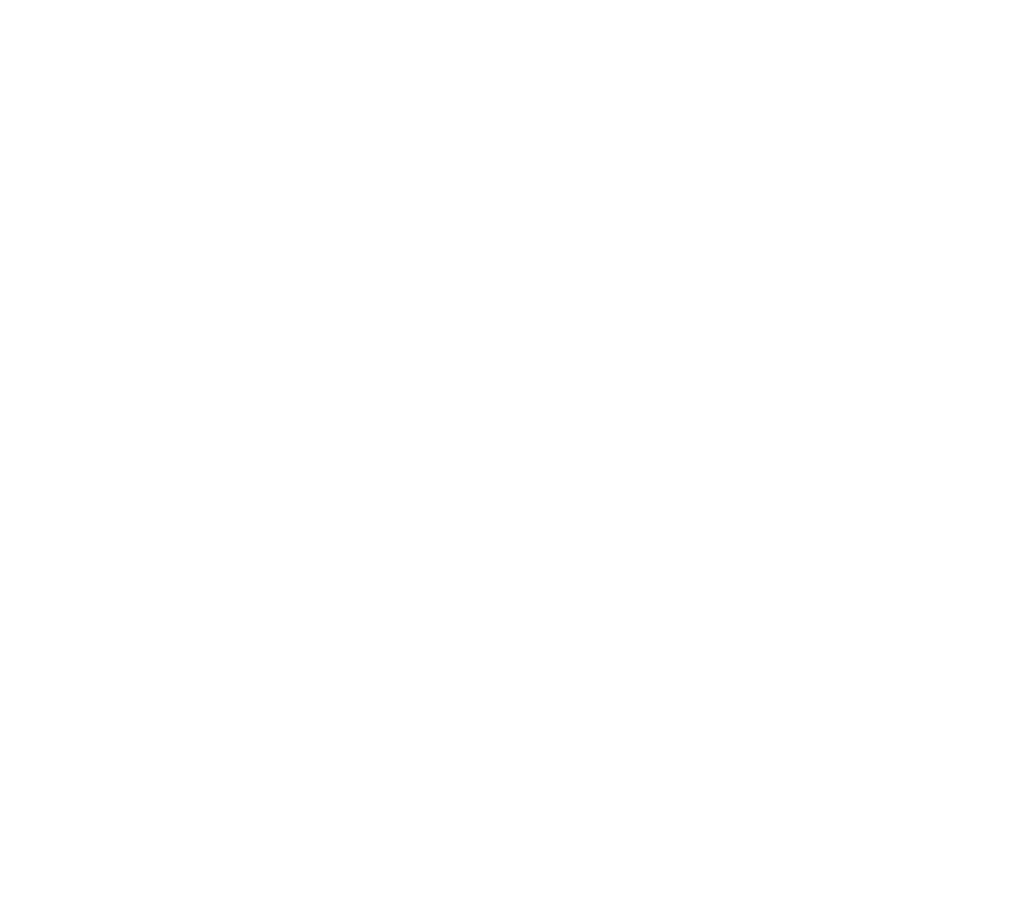
<source format=kicad_pcb>
(kicad_pcb (version 20211014) (generator pcbnew)
  (layers (0 "F.Cu" signal) (31 "B.Cu" signal) (34 "B.Paste" user) (35 "F.Paste" user) (36 "B.SilkS" user "B.Silkscreen") (37 "F.SilkS" user "F.Silkscreen") (38 "B.Mask" user) (39 "F.Mask" user) (44 "Edge.Cuts" user))
  (net 0 "")
  (footprint "Empty:Empty" (layer "F.Cu") (at 0 0)
    (fp_text reference "H1" hide)
    (fp_text value "SIFAM DRN111 WHITE")
  )
)
</source>
